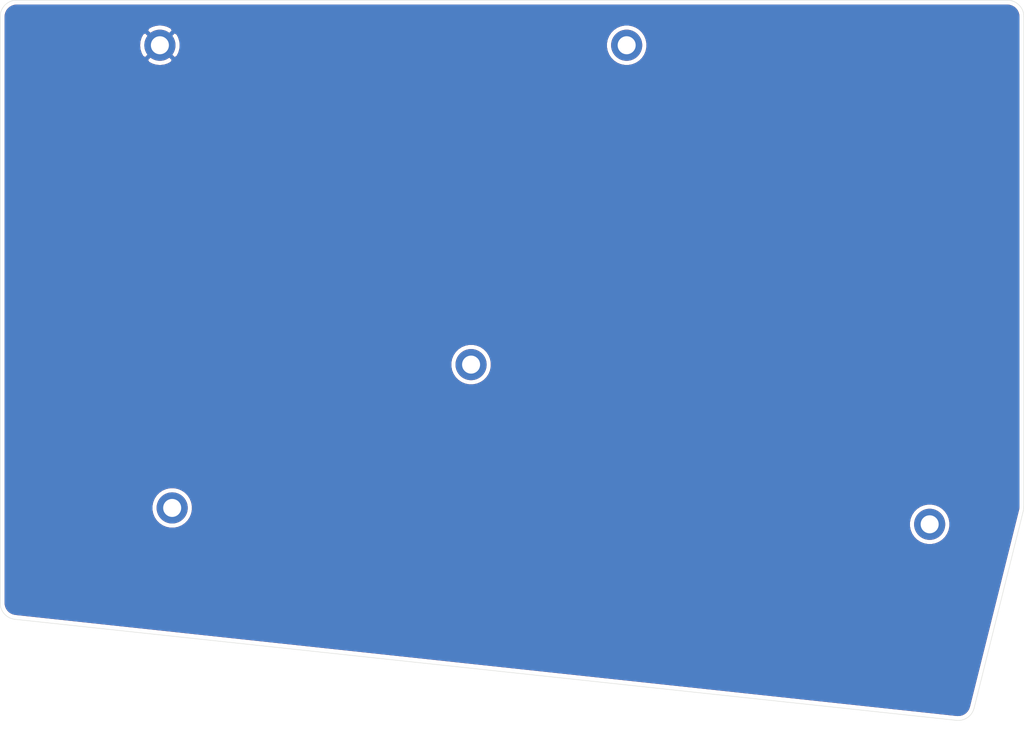
<source format=kicad_pcb>
(kicad_pcb (version 20171130) (host pcbnew "(5.1.2)-2")

  (general
    (thickness 1.6)
    (drawings 10)
    (tracks 0)
    (zones 0)
    (modules 5)
    (nets 2)
  )

  (page A4)
  (layers
    (0 F.Cu signal)
    (31 B.Cu signal)
    (32 B.Adhes user)
    (33 F.Adhes user)
    (34 B.Paste user)
    (35 F.Paste user)
    (36 B.SilkS user)
    (37 F.SilkS user)
    (38 B.Mask user)
    (39 F.Mask user)
    (40 Dwgs.User user)
    (41 Cmts.User user)
    (42 Eco1.User user)
    (43 Eco2.User user)
    (44 Edge.Cuts user)
    (45 Margin user)
    (46 B.CrtYd user)
    (47 F.CrtYd user)
    (48 B.Fab user)
    (49 F.Fab user)
  )

  (setup
    (last_trace_width 0.25)
    (trace_clearance 0.2)
    (zone_clearance 0.508)
    (zone_45_only no)
    (trace_min 0.2)
    (via_size 0.8)
    (via_drill 0.4)
    (via_min_size 0.4)
    (via_min_drill 0.3)
    (uvia_size 0.3)
    (uvia_drill 0.1)
    (uvias_allowed no)
    (uvia_min_size 0.2)
    (uvia_min_drill 0.1)
    (edge_width 0.05)
    (segment_width 0.2)
    (pcb_text_width 0.3)
    (pcb_text_size 1.5 1.5)
    (mod_edge_width 0.12)
    (mod_text_size 1 1)
    (mod_text_width 0.15)
    (pad_size 1.524 1.524)
    (pad_drill 0.762)
    (pad_to_mask_clearance 0.051)
    (solder_mask_min_width 0.25)
    (aux_axis_origin 0 0)
    (visible_elements 7FFFFFFF)
    (pcbplotparams
      (layerselection 0x010f0_ffffffff)
      (usegerberextensions false)
      (usegerberattributes false)
      (usegerberadvancedattributes false)
      (creategerberjobfile false)
      (excludeedgelayer true)
      (linewidth 0.100000)
      (plotframeref false)
      (viasonmask false)
      (mode 1)
      (useauxorigin false)
      (hpglpennumber 1)
      (hpglpenspeed 20)
      (hpglpendiameter 15.000000)
      (psnegative false)
      (psa4output false)
      (plotreference true)
      (plotvalue true)
      (plotinvisibletext false)
      (padsonsilk false)
      (subtractmaskfromsilk false)
      (outputformat 1)
      (mirror false)
      (drillshape 0)
      (scaleselection 1)
      (outputdirectory ""))
  )

  (net 0 "")
  (net 1 +5V)

  (net_class Default "これはデフォルトのネット クラスです。"
    (clearance 0.2)
    (trace_width 0.25)
    (via_dia 0.8)
    (via_drill 0.4)
    (uvia_dia 0.3)
    (uvia_drill 0.1)
    (add_net +5V)
  )

  (module MountingHole:MountingHole_2.2mm_M2_DIN965_Pad (layer F.Cu) (tedit 56D1B4CB) (tstamp 5E93545B)
    (at 213.5 124)
    (descr "Mounting Hole 2.2mm, M2, DIN965")
    (tags "mounting hole 2.2mm m2 din965")
    (path /5E930B14)
    (attr virtual)
    (fp_text reference H1 (at 0 -2.9) (layer F.SilkS) hide
      (effects (font (size 1 1) (thickness 0.15)))
    )
    (fp_text value MountingHole_Pad (at 0 2.9) (layer F.Fab)
      (effects (font (size 1 1) (thickness 0.15)))
    )
    (fp_circle (center 0 0) (end 2.15 0) (layer F.CrtYd) (width 0.05))
    (fp_circle (center 0 0) (end 1.9 0) (layer Cmts.User) (width 0.15))
    (fp_text user %R (at 0.3 0) (layer F.Fab)
      (effects (font (size 1 1) (thickness 0.15)))
    )
    (pad 1 thru_hole circle (at 0 0) (size 3.8 3.8) (drill 2.2) (layers *.Cu *.Mask))
  )

  (module MountingHole:MountingHole_2.2mm_M2_DIN965_Pad (layer F.Cu) (tedit 56D1B4CB) (tstamp 5E93545B)
    (at 176.5 65.5)
    (descr "Mounting Hole 2.2mm, M2, DIN965")
    (tags "mounting hole 2.2mm m2 din965")
    (path /5E930B14)
    (attr virtual)
    (fp_text reference H1 (at 0 -2.9) (layer F.SilkS) hide
      (effects (font (size 1 1) (thickness 0.15)))
    )
    (fp_text value MountingHole_Pad (at 0 2.9) (layer F.Fab)
      (effects (font (size 1 1) (thickness 0.15)))
    )
    (fp_circle (center 0 0) (end 2.15 0) (layer F.CrtYd) (width 0.05))
    (fp_circle (center 0 0) (end 1.9 0) (layer Cmts.User) (width 0.15))
    (fp_text user %R (at 0.3 0) (layer F.Fab)
      (effects (font (size 1 1) (thickness 0.15)))
    )
    (pad 1 thru_hole circle (at 0 0) (size 3.8 3.8) (drill 2.2) (layers *.Cu *.Mask))
  )

  (module MountingHole:MountingHole_2.2mm_M2_DIN965_Pad (layer F.Cu) (tedit 56D1B4CB) (tstamp 5E93545B)
    (at 157.5 104.5)
    (descr "Mounting Hole 2.2mm, M2, DIN965")
    (tags "mounting hole 2.2mm m2 din965")
    (path /5E930B14)
    (attr virtual)
    (fp_text reference H1 (at 0 -2.9) (layer F.SilkS) hide
      (effects (font (size 1 1) (thickness 0.15)))
    )
    (fp_text value MountingHole_Pad (at 0 2.9) (layer F.Fab)
      (effects (font (size 1 1) (thickness 0.15)))
    )
    (fp_circle (center 0 0) (end 2.15 0) (layer F.CrtYd) (width 0.05))
    (fp_circle (center 0 0) (end 1.9 0) (layer Cmts.User) (width 0.15))
    (fp_text user %R (at 0.3 0) (layer F.Fab)
      (effects (font (size 1 1) (thickness 0.15)))
    )
    (pad 1 thru_hole circle (at 0 0) (size 3.8 3.8) (drill 2.2) (layers *.Cu *.Mask))
  )

  (module MountingHole:MountingHole_2.2mm_M2_DIN965_Pad (layer F.Cu) (tedit 56D1B4CB) (tstamp 5E93545B)
    (at 121 122)
    (descr "Mounting Hole 2.2mm, M2, DIN965")
    (tags "mounting hole 2.2mm m2 din965")
    (path /5E930B14)
    (attr virtual)
    (fp_text reference H1 (at 0 -2.9) (layer F.SilkS) hide
      (effects (font (size 1 1) (thickness 0.15)))
    )
    (fp_text value MountingHole_Pad (at 0 2.9) (layer F.Fab)
      (effects (font (size 1 1) (thickness 0.15)))
    )
    (fp_circle (center 0 0) (end 2.15 0) (layer F.CrtYd) (width 0.05))
    (fp_circle (center 0 0) (end 1.9 0) (layer Cmts.User) (width 0.15))
    (fp_text user %R (at 0.3 0) (layer F.Fab)
      (effects (font (size 1 1) (thickness 0.15)))
    )
    (pad 1 thru_hole circle (at 0 0) (size 3.8 3.8) (drill 2.2) (layers *.Cu *.Mask))
  )

  (module MountingHole:MountingHole_2.2mm_M2_DIN965_Pad (layer F.Cu) (tedit 56D1B4CB) (tstamp 5E9353F2)
    (at 119.5 65.5)
    (descr "Mounting Hole 2.2mm, M2, DIN965")
    (tags "mounting hole 2.2mm m2 din965")
    (path /5E930B14)
    (attr virtual)
    (fp_text reference H1 (at 0 -2.9) (layer F.SilkS) hide
      (effects (font (size 1 1) (thickness 0.15)))
    )
    (fp_text value MountingHole_Pad (at 0 2.9) (layer F.Fab)
      (effects (font (size 1 1) (thickness 0.15)))
    )
    (fp_text user %R (at 0.3 0) (layer F.Fab)
      (effects (font (size 1 1) (thickness 0.15)))
    )
    (fp_circle (center 0 0) (end 1.9 0) (layer Cmts.User) (width 0.15))
    (fp_circle (center 0 0) (end 2.15 0) (layer F.CrtYd) (width 0.05))
    (pad 1 thru_hole circle (at 0 0) (size 3.8 3.8) (drill 2.2) (layers *.Cu *.Mask)
      (net 1 +5V))
  )

  (gr_arc (start 223 62) (end 225 62) (angle -90) (layer Edge.Cuts) (width 0.05))
  (gr_arc (start 102 62) (end 102 60) (angle -90) (layer Edge.Cuts) (width 0.05))
  (gr_arc (start 102 133.61) (end 100 133.61) (angle -83.97600692) (layer Edge.Cuts) (width 0.05))
  (gr_arc (start 216.99 145.95) (end 216.780001 147.939999) (angle -81.84885103) (layer Edge.Cuts) (width 0.05))
  (gr_arc (start 223 121.86) (end 224.939999 122.339999) (angle -13.89717632) (layer Edge.Cuts) (width 0.05))
  (gr_line (start 223 60) (end 102 60) (layer Edge.Cuts) (width 0.05) (tstamp 5E935425))
  (gr_line (start 225 121.86) (end 225 62) (layer Edge.Cuts) (width 0.05))
  (gr_line (start 218.93 146.44) (end 224.94 122.34) (layer Edge.Cuts) (width 0.05) (tstamp 5E935424))
  (gr_line (start 101.79 135.6) (end 216.78 147.94) (layer Edge.Cuts) (width 0.05) (tstamp 5E935423))
  (gr_line (start 100 62) (end 100 133.61) (layer Edge.Cuts) (width 0.05) (tstamp 5E935422))

  (zone (net 1) (net_name +5V) (layer F.Cu) (tstamp 5E9876C2) (hatch edge 0.508)
    (connect_pads (clearance 0.508))
    (min_thickness 0.254)
    (fill yes (arc_segments 32) (thermal_gap 0.508) (thermal_bridge_width 0.508))
    (polygon
      (pts
        (xy 100 60) (xy 225 60) (xy 225 123) (xy 219 149) (xy 100 136)
      )
    )
    (filled_polygon
      (pts
        (xy 223.259659 60.688625) (xy 223.509429 60.764035) (xy 223.739792 60.886522) (xy 223.94198 61.051422) (xy 224.108286 61.25245)
        (xy 224.232378 61.481954) (xy 224.309531 61.731195) (xy 224.340001 62.021098) (xy 224.34 121.812403) (xy 224.307497 122.14389)
        (xy 224.297575 122.188469) (xy 218.297369 146.249198) (xy 218.198807 146.523339) (xy 218.064422 146.747213) (xy 217.889114 146.94072)
        (xy 217.679558 147.096491) (xy 217.443739 147.208592) (xy 217.190631 147.272754) (xy 216.907457 147.287718) (xy 216.839948 147.282643)
        (xy 101.902781 134.948314) (xy 101.604155 134.886884) (xy 101.363675 134.785678) (xy 101.147439 134.639693) (xy 100.963675 134.454486)
        (xy 100.819382 134.23711) (xy 100.72006 133.995852) (xy 100.666329 133.723891) (xy 100.66 133.593933) (xy 100.66 121.750324)
        (xy 118.465 121.750324) (xy 118.465 122.249676) (xy 118.562418 122.739432) (xy 118.753512 123.200773) (xy 119.030937 123.615968)
        (xy 119.384032 123.969063) (xy 119.799227 124.246488) (xy 120.260568 124.437582) (xy 120.750324 124.535) (xy 121.249676 124.535)
        (xy 121.739432 124.437582) (xy 122.200773 124.246488) (xy 122.615968 123.969063) (xy 122.834707 123.750324) (xy 210.965 123.750324)
        (xy 210.965 124.249676) (xy 211.062418 124.739432) (xy 211.253512 125.200773) (xy 211.530937 125.615968) (xy 211.884032 125.969063)
        (xy 212.299227 126.246488) (xy 212.760568 126.437582) (xy 213.250324 126.535) (xy 213.749676 126.535) (xy 214.239432 126.437582)
        (xy 214.700773 126.246488) (xy 215.115968 125.969063) (xy 215.469063 125.615968) (xy 215.746488 125.200773) (xy 215.937582 124.739432)
        (xy 216.035 124.249676) (xy 216.035 123.750324) (xy 215.937582 123.260568) (xy 215.746488 122.799227) (xy 215.469063 122.384032)
        (xy 215.115968 122.030937) (xy 214.700773 121.753512) (xy 214.239432 121.562418) (xy 213.749676 121.465) (xy 213.250324 121.465)
        (xy 212.760568 121.562418) (xy 212.299227 121.753512) (xy 211.884032 122.030937) (xy 211.530937 122.384032) (xy 211.253512 122.799227)
        (xy 211.062418 123.260568) (xy 210.965 123.750324) (xy 122.834707 123.750324) (xy 122.969063 123.615968) (xy 123.246488 123.200773)
        (xy 123.437582 122.739432) (xy 123.535 122.249676) (xy 123.535 121.750324) (xy 123.437582 121.260568) (xy 123.246488 120.799227)
        (xy 122.969063 120.384032) (xy 122.615968 120.030937) (xy 122.200773 119.753512) (xy 121.739432 119.562418) (xy 121.249676 119.465)
        (xy 120.750324 119.465) (xy 120.260568 119.562418) (xy 119.799227 119.753512) (xy 119.384032 120.030937) (xy 119.030937 120.384032)
        (xy 118.753512 120.799227) (xy 118.562418 121.260568) (xy 118.465 121.750324) (xy 100.66 121.750324) (xy 100.66 104.250324)
        (xy 154.965 104.250324) (xy 154.965 104.749676) (xy 155.062418 105.239432) (xy 155.253512 105.700773) (xy 155.530937 106.115968)
        (xy 155.884032 106.469063) (xy 156.299227 106.746488) (xy 156.760568 106.937582) (xy 157.250324 107.035) (xy 157.749676 107.035)
        (xy 158.239432 106.937582) (xy 158.700773 106.746488) (xy 159.115968 106.469063) (xy 159.469063 106.115968) (xy 159.746488 105.700773)
        (xy 159.937582 105.239432) (xy 160.035 104.749676) (xy 160.035 104.250324) (xy 159.937582 103.760568) (xy 159.746488 103.299227)
        (xy 159.469063 102.884032) (xy 159.115968 102.530937) (xy 158.700773 102.253512) (xy 158.239432 102.062418) (xy 157.749676 101.965)
        (xy 157.250324 101.965) (xy 156.760568 102.062418) (xy 156.299227 102.253512) (xy 155.884032 102.530937) (xy 155.530937 102.884032)
        (xy 155.253512 103.299227) (xy 155.062418 103.760568) (xy 154.965 104.250324) (xy 100.66 104.250324) (xy 100.66 67.276349)
        (xy 117.903256 67.276349) (xy 118.107362 67.632867) (xy 118.550223 67.863575) (xy 119.029583 68.003452) (xy 119.527021 68.047123)
        (xy 120.023422 67.992909) (xy 120.499707 67.842894) (xy 120.892638 67.632867) (xy 121.096744 67.276349) (xy 119.5 65.679605)
        (xy 117.903256 67.276349) (xy 100.66 67.276349) (xy 100.66 65.527021) (xy 116.952877 65.527021) (xy 117.007091 66.023422)
        (xy 117.157106 66.499707) (xy 117.367133 66.892638) (xy 117.723651 67.096744) (xy 119.320395 65.5) (xy 119.679605 65.5)
        (xy 121.276349 67.096744) (xy 121.632867 66.892638) (xy 121.863575 66.449777) (xy 122.003452 65.970417) (xy 122.047123 65.472979)
        (xy 122.022806 65.250324) (xy 173.965 65.250324) (xy 173.965 65.749676) (xy 174.062418 66.239432) (xy 174.253512 66.700773)
        (xy 174.530937 67.115968) (xy 174.884032 67.469063) (xy 175.299227 67.746488) (xy 175.760568 67.937582) (xy 176.250324 68.035)
        (xy 176.749676 68.035) (xy 177.239432 67.937582) (xy 177.700773 67.746488) (xy 178.115968 67.469063) (xy 178.469063 67.115968)
        (xy 178.746488 66.700773) (xy 178.937582 66.239432) (xy 179.035 65.749676) (xy 179.035 65.250324) (xy 178.937582 64.760568)
        (xy 178.746488 64.299227) (xy 178.469063 63.884032) (xy 178.115968 63.530937) (xy 177.700773 63.253512) (xy 177.239432 63.062418)
        (xy 176.749676 62.965) (xy 176.250324 62.965) (xy 175.760568 63.062418) (xy 175.299227 63.253512) (xy 174.884032 63.530937)
        (xy 174.530937 63.884032) (xy 174.253512 64.299227) (xy 174.062418 64.760568) (xy 173.965 65.250324) (xy 122.022806 65.250324)
        (xy 121.992909 64.976578) (xy 121.842894 64.500293) (xy 121.632867 64.107362) (xy 121.276349 63.903256) (xy 119.679605 65.5)
        (xy 119.320395 65.5) (xy 117.723651 63.903256) (xy 117.367133 64.107362) (xy 117.136425 64.550223) (xy 116.996548 65.029583)
        (xy 116.952877 65.527021) (xy 100.66 65.527021) (xy 100.66 63.723651) (xy 117.903256 63.723651) (xy 119.5 65.320395)
        (xy 121.096744 63.723651) (xy 120.892638 63.367133) (xy 120.449777 63.136425) (xy 119.970417 62.996548) (xy 119.472979 62.952877)
        (xy 118.976578 63.007091) (xy 118.500293 63.157106) (xy 118.107362 63.367133) (xy 117.903256 63.723651) (xy 100.66 63.723651)
        (xy 100.66 62.032279) (xy 100.688625 61.740341) (xy 100.764035 61.490571) (xy 100.886522 61.260208) (xy 101.051422 61.05802)
        (xy 101.25245 60.891714) (xy 101.481954 60.767622) (xy 101.731195 60.690469) (xy 102.021088 60.66) (xy 222.967721 60.66)
      )
    )
  )
  (zone (net 1) (net_name +5V) (layer B.Cu) (tstamp 5E9876BF) (hatch edge 0.508)
    (connect_pads (clearance 0.508))
    (min_thickness 0.254)
    (fill yes (arc_segments 32) (thermal_gap 0.508) (thermal_bridge_width 0.508))
    (polygon
      (pts
        (xy 100 60) (xy 225 60) (xy 225 123) (xy 219 149) (xy 100 136)
      )
    )
    (filled_polygon
      (pts
        (xy 223.259659 60.688625) (xy 223.509429 60.764035) (xy 223.739792 60.886522) (xy 223.94198 61.051422) (xy 224.108286 61.25245)
        (xy 224.232378 61.481954) (xy 224.309531 61.731195) (xy 224.340001 62.021098) (xy 224.34 121.812403) (xy 224.307497 122.14389)
        (xy 224.297575 122.188469) (xy 218.297369 146.249198) (xy 218.198807 146.523339) (xy 218.064422 146.747213) (xy 217.889114 146.94072)
        (xy 217.679558 147.096491) (xy 217.443739 147.208592) (xy 217.190631 147.272754) (xy 216.907457 147.287718) (xy 216.839948 147.282643)
        (xy 101.902781 134.948314) (xy 101.604155 134.886884) (xy 101.363675 134.785678) (xy 101.147439 134.639693) (xy 100.963675 134.454486)
        (xy 100.819382 134.23711) (xy 100.72006 133.995852) (xy 100.666329 133.723891) (xy 100.66 133.593933) (xy 100.66 121.750324)
        (xy 118.465 121.750324) (xy 118.465 122.249676) (xy 118.562418 122.739432) (xy 118.753512 123.200773) (xy 119.030937 123.615968)
        (xy 119.384032 123.969063) (xy 119.799227 124.246488) (xy 120.260568 124.437582) (xy 120.750324 124.535) (xy 121.249676 124.535)
        (xy 121.739432 124.437582) (xy 122.200773 124.246488) (xy 122.615968 123.969063) (xy 122.834707 123.750324) (xy 210.965 123.750324)
        (xy 210.965 124.249676) (xy 211.062418 124.739432) (xy 211.253512 125.200773) (xy 211.530937 125.615968) (xy 211.884032 125.969063)
        (xy 212.299227 126.246488) (xy 212.760568 126.437582) (xy 213.250324 126.535) (xy 213.749676 126.535) (xy 214.239432 126.437582)
        (xy 214.700773 126.246488) (xy 215.115968 125.969063) (xy 215.469063 125.615968) (xy 215.746488 125.200773) (xy 215.937582 124.739432)
        (xy 216.035 124.249676) (xy 216.035 123.750324) (xy 215.937582 123.260568) (xy 215.746488 122.799227) (xy 215.469063 122.384032)
        (xy 215.115968 122.030937) (xy 214.700773 121.753512) (xy 214.239432 121.562418) (xy 213.749676 121.465) (xy 213.250324 121.465)
        (xy 212.760568 121.562418) (xy 212.299227 121.753512) (xy 211.884032 122.030937) (xy 211.530937 122.384032) (xy 211.253512 122.799227)
        (xy 211.062418 123.260568) (xy 210.965 123.750324) (xy 122.834707 123.750324) (xy 122.969063 123.615968) (xy 123.246488 123.200773)
        (xy 123.437582 122.739432) (xy 123.535 122.249676) (xy 123.535 121.750324) (xy 123.437582 121.260568) (xy 123.246488 120.799227)
        (xy 122.969063 120.384032) (xy 122.615968 120.030937) (xy 122.200773 119.753512) (xy 121.739432 119.562418) (xy 121.249676 119.465)
        (xy 120.750324 119.465) (xy 120.260568 119.562418) (xy 119.799227 119.753512) (xy 119.384032 120.030937) (xy 119.030937 120.384032)
        (xy 118.753512 120.799227) (xy 118.562418 121.260568) (xy 118.465 121.750324) (xy 100.66 121.750324) (xy 100.66 104.250324)
        (xy 154.965 104.250324) (xy 154.965 104.749676) (xy 155.062418 105.239432) (xy 155.253512 105.700773) (xy 155.530937 106.115968)
        (xy 155.884032 106.469063) (xy 156.299227 106.746488) (xy 156.760568 106.937582) (xy 157.250324 107.035) (xy 157.749676 107.035)
        (xy 158.239432 106.937582) (xy 158.700773 106.746488) (xy 159.115968 106.469063) (xy 159.469063 106.115968) (xy 159.746488 105.700773)
        (xy 159.937582 105.239432) (xy 160.035 104.749676) (xy 160.035 104.250324) (xy 159.937582 103.760568) (xy 159.746488 103.299227)
        (xy 159.469063 102.884032) (xy 159.115968 102.530937) (xy 158.700773 102.253512) (xy 158.239432 102.062418) (xy 157.749676 101.965)
        (xy 157.250324 101.965) (xy 156.760568 102.062418) (xy 156.299227 102.253512) (xy 155.884032 102.530937) (xy 155.530937 102.884032)
        (xy 155.253512 103.299227) (xy 155.062418 103.760568) (xy 154.965 104.250324) (xy 100.66 104.250324) (xy 100.66 67.276349)
        (xy 117.903256 67.276349) (xy 118.107362 67.632867) (xy 118.550223 67.863575) (xy 119.029583 68.003452) (xy 119.527021 68.047123)
        (xy 120.023422 67.992909) (xy 120.499707 67.842894) (xy 120.892638 67.632867) (xy 121.096744 67.276349) (xy 119.5 65.679605)
        (xy 117.903256 67.276349) (xy 100.66 67.276349) (xy 100.66 65.527021) (xy 116.952877 65.527021) (xy 117.007091 66.023422)
        (xy 117.157106 66.499707) (xy 117.367133 66.892638) (xy 117.723651 67.096744) (xy 119.320395 65.5) (xy 119.679605 65.5)
        (xy 121.276349 67.096744) (xy 121.632867 66.892638) (xy 121.863575 66.449777) (xy 122.003452 65.970417) (xy 122.047123 65.472979)
        (xy 122.022806 65.250324) (xy 173.965 65.250324) (xy 173.965 65.749676) (xy 174.062418 66.239432) (xy 174.253512 66.700773)
        (xy 174.530937 67.115968) (xy 174.884032 67.469063) (xy 175.299227 67.746488) (xy 175.760568 67.937582) (xy 176.250324 68.035)
        (xy 176.749676 68.035) (xy 177.239432 67.937582) (xy 177.700773 67.746488) (xy 178.115968 67.469063) (xy 178.469063 67.115968)
        (xy 178.746488 66.700773) (xy 178.937582 66.239432) (xy 179.035 65.749676) (xy 179.035 65.250324) (xy 178.937582 64.760568)
        (xy 178.746488 64.299227) (xy 178.469063 63.884032) (xy 178.115968 63.530937) (xy 177.700773 63.253512) (xy 177.239432 63.062418)
        (xy 176.749676 62.965) (xy 176.250324 62.965) (xy 175.760568 63.062418) (xy 175.299227 63.253512) (xy 174.884032 63.530937)
        (xy 174.530937 63.884032) (xy 174.253512 64.299227) (xy 174.062418 64.760568) (xy 173.965 65.250324) (xy 122.022806 65.250324)
        (xy 121.992909 64.976578) (xy 121.842894 64.500293) (xy 121.632867 64.107362) (xy 121.276349 63.903256) (xy 119.679605 65.5)
        (xy 119.320395 65.5) (xy 117.723651 63.903256) (xy 117.367133 64.107362) (xy 117.136425 64.550223) (xy 116.996548 65.029583)
        (xy 116.952877 65.527021) (xy 100.66 65.527021) (xy 100.66 63.723651) (xy 117.903256 63.723651) (xy 119.5 65.320395)
        (xy 121.096744 63.723651) (xy 120.892638 63.367133) (xy 120.449777 63.136425) (xy 119.970417 62.996548) (xy 119.472979 62.952877)
        (xy 118.976578 63.007091) (xy 118.500293 63.157106) (xy 118.107362 63.367133) (xy 117.903256 63.723651) (xy 100.66 63.723651)
        (xy 100.66 62.032279) (xy 100.688625 61.740341) (xy 100.764035 61.490571) (xy 100.886522 61.260208) (xy 101.051422 61.05802)
        (xy 101.25245 60.891714) (xy 101.481954 60.767622) (xy 101.731195 60.690469) (xy 102.021088 60.66) (xy 222.967721 60.66)
      )
    )
  )
)

</source>
